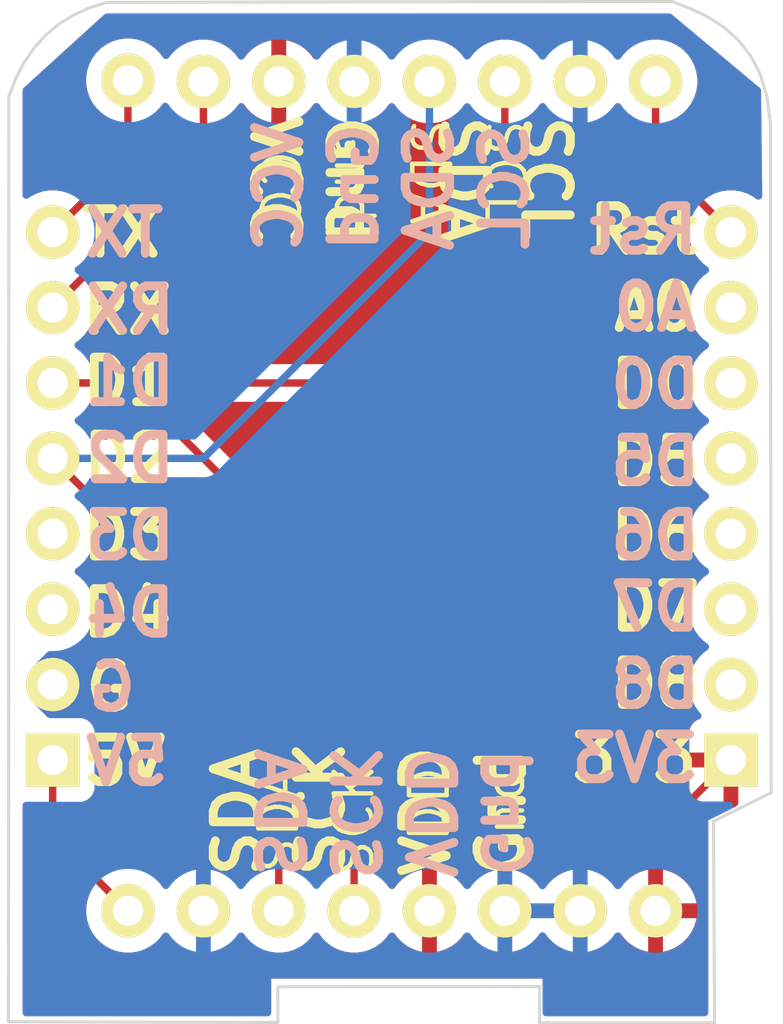
<source format=kicad_pcb>
(kicad_pcb (version 20241229) (generator "pcbnew") (generator_version "9.0")
  (layers (0 "F.Cu" signal) (2 "B.Cu" signal) (13 "F.Paste" user) (15 "B.Paste" user) (5 "F.SilkS" user "F.Silkscreen") (7 "B.SilkS" user "B.Silkscreen") (1 "F.Mask" user) (3 "B.Mask" user) (25 "Edge.Cuts" user))
  (net 0 "")
  (net 1 "/+5V")
  (net 2 "/GND")
  (net 3 "/D4")
  (net 4 "/D3")
  (net 5 "D2")
  (net 6 "D1")
  (net 7 "/RX")
  (net 8 "/TX")
  (net 9 "/+3.3V")
  (net 10 "/D8")
  (net 11 "/D7")
  (net 12 "/D6")
  (net 13 "/D5")
  (net 14 "/D0")
  (net 15 "/A0")
  (net 16 "/RST")
  (footprint "D1_mini:D1_mini_Pin_Header" (layer "F.Cu") (at 127.49 103.95 180)
    (property "Reference" "P1" (hide yes))
    (property "Value" "Connector_Generic:Conn_01x08" (hide yes))
    (pad "1" thru_hole rect (at 0 0 180) (size 1.8 1.8) (drill 1.016) (layers "*.Cu" "*.Mask" "F.SilkS") (net 1 "/+5V"))
    (pad "2" thru_hole oval (at 0 2.54 180) (size 1.8 1.8) (drill 1.016) (layers "*.Cu" "*.Mask" "F.SilkS") (net 2 "/GND") (thermal_bridge_width 4) (thermal_gap 0))
    (pad "3" thru_hole oval (at 0 5.08 180) (size 1.8 1.8) (drill 1.016) (layers "*.Cu" "*.Mask" "F.SilkS") (net 3 "/D4"))
    (pad "4" thru_hole oval (at 0 7.62 180) (size 1.8 1.8) (drill 1.016) (layers "*.Cu" "*.Mask" "F.SilkS") (net 4 "/D3"))
    (pad "5" thru_hole oval (at 0 10.16 180) (size 1.8 1.8) (drill 1.016) (layers "*.Cu" "*.Mask" "F.SilkS") (net 5 "D2"))
    (pad "6" thru_hole oval (at 0 12.7 180) (size 1.8 1.8) (drill 1.016) (layers "*.Cu" "*.Mask" "F.SilkS") (net 6 "D1"))
    (pad "7" thru_hole oval (at 0 15.24 180) (size 1.8 1.8) (drill 1.016) (layers "*.Cu" "*.Mask" "F.SilkS") (net 7 "/RX"))
    (pad "8" thru_hole oval (at 0 17.78 180) (size 1.8 1.8) (drill 1.016) (layers "*.Cu" "*.Mask" "F.SilkS") (net 8 "/TX"))
  )
  (footprint "D1_mini:D1_mini_Pin_Header" (layer "F.Cu") (at 150.35 103.95 180)
    (property "Reference" "P2" (hide yes))
    (property "Value" "Connector_Generic:Conn_01x08" (hide yes))
    (pad "1" thru_hole rect (at 0 0 180) (size 1.8 1.8) (drill 1.016) (layers "*.Cu" "*.Mask" "F.SilkS") (net 9 "/+3.3V"))
    (pad "2" thru_hole oval (at 0 2.54 180) (size 1.8 1.8) (drill 1.016) (layers "*.Cu" "*.Mask" "F.SilkS") (net 10 "/D8"))
    (pad "3" thru_hole oval (at 0 5.08 180) (size 1.8 1.8) (drill 1.016) (layers "*.Cu" "*.Mask" "F.SilkS") (net 11 "/D7"))
    (pad "4" thru_hole oval (at 0 7.62 180) (size 1.8 1.8) (drill 1.016) (layers "*.Cu" "*.Mask" "F.SilkS") (net 12 "/D6"))
    (pad "5" thru_hole oval (at 0 10.16 180) (size 1.8 1.8) (drill 1.016) (layers "*.Cu" "*.Mask" "F.SilkS") (net 13 "/D5"))
    (pad "6" thru_hole oval (at 0 12.7 180) (size 1.8 1.8) (drill 1.016) (layers "*.Cu" "*.Mask" "F.SilkS") (net 14 "/D0"))
    (pad "7" thru_hole oval (at 0 15.24 180) (size 1.8 1.8) (drill 1.016) (layers "*.Cu" "*.Mask" "F.SilkS") (net 15 "/A0"))
    (pad "8" thru_hole oval (at 0 17.78 180) (size 1.8 1.8) (drill 1.016) (layers "*.Cu" "*.Mask" "F.SilkS") (net 16 "/RST"))
  )
  (footprint "" (layer "F.Cu") (at 132.57 81.09)
    (property "Reference" "" (at 0 0 0) (layer "F.SilkS") (effects (font (size 1.27 1.27))))
    (property "Value" "")
    (pad "" thru_hole oval (at 0 0 180) (size 1.8 1.8) (drill 1.016) (layers "*.Cu" "*.Mask" "F.SilkS") (net 7 "/RX"))
  )
  (footprint "" (layer "F.Cu") (at 145.27 81.09)
    (property "Reference" "" (at 0 0 0) (layer "F.SilkS") (effects (font (size 1.27 1.27))))
    (property "Value" "")
    (pad "" thru_hole oval (at 0 0 180) (size 1.8 1.8) (drill 1.016) (layers "*.Cu" "*.Mask" "F.SilkS") (net 2 "/GND"))
  )
  (footprint "" (layer "F.Cu") (at 145.27 109.03)
    (property "Reference" "" (at 0 0 0) (layer "F.SilkS") (effects (font (size 1.27 1.27))))
    (property "Value" "")
    (pad "" thru_hole oval (at 0 0 180) (size 1.8 1.8) (drill 1.016) (layers "*.Cu" "*.Mask" "F.SilkS") (net 2 "/GND"))
  )
  (footprint "" (layer "F.Cu") (at 130.027483 81.055815)
    (property "Reference" "" (at 0 0 0) (layer "F.SilkS") (effects (font (size 1.27 1.27))))
    (property "Value" "")
    (pad "" thru_hole oval (at 0 0 180) (size 1.8 1.8) (drill 1.016) (layers "*.Cu" "*.Mask" "F.SilkS") (net 8 "/TX"))
  )
  (footprint "" (layer "F.Cu") (at 130.03 109.03)
    (property "Reference" "" (at 0 0 0) (layer "F.SilkS") (effects (font (size 1.27 1.27))))
    (property "Value" "")
    (pad "" thru_hole oval (at 0 0 180) (size 1.8 1.8) (drill 1.016) (layers "*.Cu" "*.Mask" "F.SilkS") (net 1 "/+5V"))
  )
  (footprint "" (layer "F.Cu") (at 137.65 109.03)
    (property "Reference" "SCK" (at 0 -3.048 90) (layer "F.SilkS") (effects (font (size 1.27 1.27))))
    (property "Value" "")
    (pad "" thru_hole oval (at 0 0 180) (size 1.8 1.8) (drill 1.016) (layers "*.Cu" "*.Mask" "F.SilkS") (net 6 "D1"))
  )
  (footprint "" (layer "F.Cu") (at 132.57 109.03)
    (property "Reference" "" (at 0 0 0) (layer "F.SilkS") (effects (font (size 1.27 1.27))))
    (property "Value" "")
    (pad "" thru_hole oval (at 0 0 180) (size 1.8 1.8) (drill 1.016) (layers "*.Cu" "*.Mask" "F.SilkS") (net 2 "/GND"))
  )
  (footprint "" (layer "F.Cu") (at 147.81 109.03)
    (property "Reference" "" (at 0 0 0) (layer "F.SilkS") (effects (font (size 1.27 1.27))))
    (property "Value" "")
    (pad "" thru_hole oval (at 0 0 180) (size 1.8 1.8) (drill 1.016) (layers "*.Cu" "*.Mask" "F.SilkS") (net 9 "/+3.3V"))
  )
  (footprint "" (layer "F.Cu") (at 147.81 81.09)
    (property "Reference" "" (at 0 0 0) (layer "F.SilkS") (effects (font (size 1.27 1.27))))
    (property "Value" "")
    (pad "" thru_hole oval (at 0 0 180) (size 1.8 1.8) (drill 1.016) (layers "*.Cu" "*.Mask" "F.SilkS") (net 16 "/RST"))
  )
  (footprint "" (layer "F.Cu") (at 142.73 81.09)
    (property "Reference" "SCL" (at 0 3.048 270) (layer "F.SilkS") (effects (font (size 1.27 1.27))))
    (property "Value" "")
    (pad "" thru_hole oval (at 0 0 180) (size 1.8 1.8) (drill 1.016) (layers "*.Cu" "*.Mask" "F.SilkS") (net 6 "D1"))
  )
  (footprint "" (layer "F.Cu") (at 135.11 109.03)
    (property "Reference" "SDA" (at 0 -3.048 90) (layer "F.SilkS") (effects (font (size 1.27 1.27))))
    (property "Value" "")
    (pad "" thru_hole oval (at 0 0 180) (size 1.8 1.8) (drill 1.016) (layers "*.Cu" "*.Mask" "F.SilkS") (net 5 "D2"))
  )
  (footprint "" (layer "F.Cu") (at 137.65 81.09)
    (property "Reference" "Gnd" (at 0 3.048 270) (layer "F.SilkS") (effects (font (size 1.27 1.27))))
    (property "Value" "")
    (pad "" thru_hole oval (at 0 0 180) (size 1.8 1.8) (drill 1.016) (layers "*.Cu" "*.Mask" "F.SilkS") (net 2 "/GND"))
  )
  (footprint "" (layer "F.Cu") (at 135.11 81.09)
    (property "Reference" "VCC" (at 0 3.048 270) (layer "F.SilkS") (effects (font (size 1.27 1.27))))
    (property "Value" "")
    (pad "" thru_hole oval (at 0 0 180) (size 1.8 1.8) (drill 1.016) (layers "*.Cu" "*.Mask" "F.SilkS") (net 9 "/+3.3V"))
  )
  (footprint "" (layer "F.Cu") (at 142.73 109.03)
    (property "Reference" "Gnd" (at 0 -3.048 90) (layer "F.SilkS") (effects (font (size 1.27 1.27))))
    (property "Value" "")
    (pad "" thru_hole oval (at 0 0 180) (size 1.8 1.8) (drill 1.016) (layers "*.Cu" "*.Mask" "F.SilkS") (net 2 "/GND"))
  )
  (footprint "" (layer "F.Cu") (at 140.19 109.03)
    (property "Reference" "VDD" (at 0 -3.048 90) (layer "F.SilkS") (effects (font (size 1.27 1.27))))
    (property "Value" "")
    (pad "" thru_hole oval (at 0 0 180) (size 1.8 1.8) (drill 1.016) (layers "*.Cu" "*.Mask" "F.SilkS") (net 9 "/+3.3V"))
  )
  (footprint "" (layer "F.Cu") (at 140.19 81.09)
    (property "Reference" "SDA" (at 0 3.048 270) (layer "F.SilkS") (effects (font (size 1.27 1.27))))
    (property "Value" "")
    (pad "" thru_hole oval (at 0 0 180) (size 1.8 1.8) (drill 1.016) (layers "*.Cu" "*.Mask" "F.SilkS") (net 5 "D2"))
  )
  (gr_line (start 148.36046 78.398266) (end 148.979824 78.632259) (stroke (width 0.1)) (layer "Edge.Cuts"))
  (gr_line (start 151.706026 105.053285) (end 149.76248 106.014181) (stroke (width 0.1)) (layer "Edge.Cuts"))
  (gr_line (start 135.078627 111.590483) (end 135.080603 112.792736) (stroke (width 0.1)) (layer "Edge.Cuts"))
  (gr_line (start 151.681078 82.498193) (end 151.706026 105.053285) (stroke (width 0.1)) (layer "Edge.Cuts"))
  (gr_line (start 126.530099 80.448833) (end 126.864747 79.962423) (stroke (width 0.1)) (layer "Edge.Cuts"))
  (gr_line (start 149.76248 106.014181) (end 149.8 112.8) (stroke (width 0.1)) (layer "Edge.Cuts"))
  (gr_line (start 149.568018 78.916742) (end 150.111445 79.266257) (stroke (width 0.1)) (layer "Edge.Cuts"))
  (gr_line (start 151.009595 80.21854) (end 151.337122 80.850387) (stroke (width 0.1)) (layer "Edge.Cuts"))
  (gr_line (start 143.909849 111.583795) (end 135.078627 111.590483) (stroke (width 0.1)) (layer "Edge.Cuts"))
  (gr_line (start 125.999807 112.766658) (end 126.013805 81.596507) (stroke (width 0.1)) (layer "Edge.Cuts"))
  (gr_line (start 126.864747 79.962423) (end 127.251047 79.535048) (stroke (width 0.1)) (layer "Edge.Cuts"))
  (gr_line (start 129.322547 78.427024) (end 148.36046 78.398266) (stroke (width 0.1)) (layer "Edge.Cuts"))
  (gr_line (start 151.565482 81.605425) (end 151.681078 82.498193) (stroke (width 0.1)) (layer "Edge.Cuts"))
  (gr_line (start 143.9 112.8) (end 143.909849 111.583795) (stroke (width 0.1)) (layer "Edge.Cuts"))
  (gr_line (start 151.337122 80.850387) (end 151.565482 81.605425) (stroke (width 0.1)) (layer "Edge.Cuts"))
  (gr_line (start 150.596503 79.695342) (end 151.009595 80.21854) (stroke (width 0.1)) (layer "Edge.Cuts"))
  (gr_line (start 150.111445 79.266257) (end 150.596503 79.695342) (stroke (width 0.1)) (layer "Edge.Cuts"))
  (gr_line (start 149.8 112.8) (end 143.9 112.8) (stroke (width 0.1)) (layer "Edge.Cuts"))
  (gr_line (start 128.72475 78.61269) (end 129.322547 78.427024) (stroke (width 0.1)) (layer "Edge.Cuts"))
  (gr_line (start 127.689488 79.167259) (end 128.18056 78.859623) (stroke (width 0.1)) (layer "Edge.Cuts"))
  (gr_line (start 135.080603 112.792736) (end 125.999807 112.766658) (stroke (width 0.1)) (layer "Edge.Cuts"))
  (gr_line (start 127.251047 79.535048) (end 127.689488 79.167259) (stroke (width 0.1)) (layer "Edge.Cuts"))
  (gr_line (start 148.979824 78.632259) (end 149.568018 78.916742) (stroke (width 0.1)) (layer "Edge.Cuts"))
  (gr_line (start 128.18056 78.859623) (end 128.72475 78.61269) (stroke (width 0.1)) (layer "Edge.Cuts"))
  (gr_line (start 126.246616 80.993714) (end 126.530099 80.448833) (stroke (width 0.1)) (layer "Edge.Cuts"))
  (gr_line (start 126.013805 81.596507) (end 126.246616 80.993714) (stroke (width 0.1)) (layer "Edge.Cuts"))
  (gr_text "3V3" (at 147.1 103.9 0) (layer "F.SilkS") (effects (font (size 1.5 1.5) (thickness 0.3))))
  (gr_text "D2" (at 130.03 93.79 0) (layer "F.SilkS") (effects (font (size 1.5 1.5) (thickness 0.3))))
  (gr_text "D7" (at 147.8 98.8 0) (layer "F.SilkS") (effects (font (size 1.5 1.5) (thickness 0.3))))
  (gr_text "Gnd" (at 136.634 82.106 270) (layer "F.SilkS") (effects (font (size 1.5 1.5) (thickness 0.3) (bold yes)) (justify left bottom)))
  (gr_text "D3" (at 130 96.4 0) (layer "F.SilkS") (effects (font (size 1.5 1.5) (thickness 0.3))))
  (gr_text "SDA" (at 140.444 82.106 270) (layer "F.SilkS") (effects (font (size 1.5 1.5) (thickness 0.3) (bold yes)) (justify left bottom)))
  (gr_text "D5" (at 147.8 93.9 0) (layer "F.SilkS") (effects (font (size 1.5 1.5) (thickness 0.3))))
  (gr_text "D0" (at 147.8 91.3 0) (layer "F.SilkS") (effects (font (size 1.5 1.5) (thickness 0.3))))
  (gr_text "VDD" (at 140.952 108.014 90) (layer "F.SilkS") (effects (font (size 1.5 1.5) (thickness 0.3) (bold yes)) (justify left bottom)))
  (gr_text "D4" (at 130 99 0) (layer "F.SilkS") (effects (font (size 1.5 1.5) (thickness 0.3))))
  (gr_text "D1" (at 130 91.2 0) (layer "F.SilkS") (effects (font (size 1.5 1.5) (thickness 0.3))))
  (gr_text "D8" (at 147.8 101.4 0) (layer "F.SilkS") (effects (font (size 1.5 1.5) (thickness 0.3))))
  (gr_text "SDA" (at 134.602 108.014 90) (layer "F.SilkS") (effects (font (size 1.5 1.5) (thickness 0.3) (bold yes)) (justify left bottom)))
  (gr_text "Rst" (at 147.4 86.1 0) (layer "F.SilkS") (effects (font (size 1.5 1.5) (thickness 0.3))))
  (gr_text "VCC" (at 134.094 82.106 270) (layer "F.SilkS") (effects (font (size 1.5 1.5) (thickness 0.3) (bold yes)) (justify left bottom)))
  (gr_text "SCL" (at 143.238 82.106 270) (layer "F.SilkS") (effects (font (size 1.5 1.5) (thickness 0.3) (bold yes)) (justify left bottom)))
  (gr_text "G" (at 129.4 101.5 0) (layer "F.SilkS") (effects (font (size 1.5 1.5) (thickness 0.3))))
  (gr_text "SCK" (at 137.396 108.014 90) (layer "F.SilkS") (effects (font (size 1.5 1.5) (thickness 0.3) (bold yes)) (justify left bottom)))
  (gr_text "Gnd" (at 143.492 108.014 90) (layer "F.SilkS") (effects (font (size 1.5 1.5) (thickness 0.3) (bold yes)) (justify left bottom)))
  (gr_text "5V" (at 129.9 104 0) (layer "F.SilkS") (effects (font (size 1.5 1.5) (thickness 0.3))))
  (gr_text "D6" (at 147.8 96.4 0) (layer "F.SilkS") (effects (font (size 1.5 1.5) (thickness 0.3))))
  (gr_text "TX" (at 129.8 86.2 0) (layer "F.SilkS") (effects (font (size 1.5 1.5) (thickness 0.3))))
  (gr_text "RX" (at 130 88.8 0) (layer "F.SilkS") (effects (font (size 1.5 1.5) (thickness 0.3))))
  (gr_text "A0" (at 147.8 88.7 0) (layer "F.SilkS") (effects (font (size 1.5 1.5) (thickness 0.3))))
  (gr_text "TX" (at 129.9 86.2 0) (layer "B.SilkS") (effects (font (size 1.5 1.5) (thickness 0.3)) (justify mirror)))
  (gr_text "RX" (at 130.1 88.8 0) (layer "B.SilkS") (effects (font (size 1.5 1.5) (thickness 0.3)) (justify mirror)))
  (gr_text "D1" (at 130.1 91.2 0) (layer "B.SilkS") (effects (font (size 1.5 1.5) (thickness 0.3)) (justify mirror)))
  (gr_text "D2" (at 130.1 93.8 0) (layer "B.SilkS") (effects (font (size 1.5 1.5) (thickness 0.3)) (justify mirror)))
  (gr_text "D3" (at 130.1 96.4 0) (layer "B.SilkS") (effects (font (size 1.5 1.5) (thickness 0.3)) (justify mirror)))
  (gr_text "D4" (at 130.1 99 0) (layer "B.SilkS") (effects (font (size 1.5 1.5) (thickness 0.3)) (justify mirror)))
  (gr_text "G" (at 129.5 101.5 0) (layer "B.SilkS") (effects (font (size 1.5 1.5) (thickness 0.3)) (justify mirror)))
  (gr_text "5V" (at 130 104 0) (layer "B.SilkS") (effects (font (size 1.5 1.5) (thickness 0.3)) (justify mirror)))
  (gr_text "Rst" (at 147.4 86.1 0) (layer "B.SilkS") (effects (font (size 1.5 1.5) (thickness 0.3)) (justify mirror)))
  (gr_text "A0" (at 147.8 88.7 0) (layer "B.SilkS") (effects (font (size 1.5 1.5) (thickness 0.3)) (justify mirror)))
  (gr_text "D0" (at 147.8 91.3 0) (layer "B.SilkS") (effects (font (size 1.5 1.5) (thickness 0.3)) (justify mirror)))
  (gr_text "D5" (at 147.8 93.9 0) (layer "B.SilkS") (effects (font (size 1.5 1.5) (thickness 0.3)) (justify mirror)))
  (gr_text "D6" (at 147.8 96.4 0) (layer "B.SilkS") (effects (font (size 1.5 1.5) (thickness 0.3)) (justify mirror)))
  (gr_text "D7" (at 147.8 98.8 0) (layer "B.SilkS") (effects (font (size 1.5 1.5) (thickness 0.3)) (justify mirror)))
  (gr_text "D8" (at 147.8 101.4 0) (layer "B.SilkS") (effects (font (size 1.5 1.5) (thickness 0.3)) (justify mirror)))
  (gr_text "3V3" (at 147.1 103.9 0) (layer "B.SilkS") (effects (font (size 1.5 1.5) (thickness 0.3)) (justify mirror)))
  (gr_text "Gnd" (at 142.73 105.728 270) (layer "B.SilkS") (effects (font (size 1.5 1.5) (thickness 0.3)) (justify mirror)))
  (gr_text "SDA" (at 135.11 105.728 270) (layer "B.SilkS") (effects (font (size 1.5 1.5) (thickness 0.3)) (justify mirror)))
  (gr_text "Gnd" (at 137.65 84.646 90) (layer "B.SilkS") (effects (font (size 1.5 1.5) (thickness 0.3)) (justify mirror)))
  (gr_text "SDA" (at 140.19 84.646 90) (layer "B.SilkS") (effects (font (size 1.5 1.5) (thickness 0.3)) (justify mirror)))
  (gr_text "SCK" (at 137.65 105.728 270) (layer "B.SilkS") (effects (font (size 1.5 1.5) (thickness 0.3)) (justify mirror)))
  (gr_text "VCC" (at 135.11 84.646 90) (layer "B.SilkS") (effects (font (size 1.5 1.5) (thickness 0.3)) (justify mirror)))
  (gr_text "SCL" (at 142.73 84.646 90) (layer "B.SilkS") (effects (font (size 1.5 1.5) (thickness 0.3)) (justify mirror)))
  (gr_text "VDD" (at 140.19 105.728 270) (layer "B.SilkS") (effects (font (size 1.5 1.5) (thickness 0.3)) (justify mirror)))
  (segment (start 127.49 106.49) (end 130.03 109.03) (width 0.25) (layer "F.Cu") (net 1))
  (segment (start 127.49 103.95) (end 127.49 106.49) (width 0.25) (layer "F.Cu") (net 1))
  (segment (start 135.11 109.03) (end 135.11 101.41) (width 0.25) (layer "F.Cu") (net 5))
  (segment (start 135.11 101.41) (end 127.49 93.79) (width 0.25) (layer "F.Cu") (net 5))
  (via (at 135.11 109.03) (size 0.6) (drill 0.4) (layers "F.Cu" "B.Cu") (net 5))
  (via (at 135.11 109.03) (size 0.6) (drill 0.4) (layers "F.Cu" "B.Cu") (net 5))
  (segment (start 140.19 81.09) (end 140.19 86.17) (width 0.25) (layer "B.Cu") (net 5))
  (segment (start 140.19 86.17) (end 132.57 93.79) (width 0.25) (layer "B.Cu") (net 5))
  (segment (start 132.57 93.79) (end 127.49 93.79) (width 0.25) (layer "B.Cu") (net 5))
  (segment (start 142.73 86.17) (end 137.65 91.25) (width 0.25) (layer "F.Cu") (net 6))
  (segment (start 127.49 91.25) (end 130.03 91.25) (width 0.25) (layer "F.Cu") (net 6))
  (segment (start 142.73 81.09) (end 142.73 86.17) (width 0.25) (layer "F.Cu") (net 6))
  (segment (start 137.65 91.25) (end 127.49 91.25) (width 0.25) (layer "F.Cu") (net 6))
  (segment (start 137.65 98.87) (end 137.65 109.03) (width 0.25) (layer "F.Cu") (net 6))
  (segment (start 130.03 91.25) (end 137.65 98.87) (width 0.25) (layer "F.Cu") (net 6))
  (segment (start 132.57 83.63) (end 132.57 81.09) (width 0.25) (layer "F.Cu") (net 7))
  (segment (start 127.49 88.71) (end 132.57 83.63) (width 0.25) (layer "F.Cu") (net 7))
  (segment (start 130.027483 83.632517) (end 130.027483 81.055815) (width 0.25) (layer "F.Cu") (net 8))
  (segment (start 127.49 86.17) (end 130.027483 83.632517) (width 0.25) (layer "F.Cu") (net 8))
  (segment (start 150.35 103.95) (end 147.81 106.49) (width 0.25) (layer "F.Cu") (net 9))
  (segment (start 147.81 106.49) (end 147.81 109.03) (width 0.25) (layer "F.Cu") (net 9))
  (segment (start 147.81 83.63) (end 150.35 86.17) (width 0.25) (layer "F.Cu") (net 16))
  (segment (start 147.81 81.09) (end 147.81 83.63) (width 0.25) (layer "F.Cu") (net 16))
  (zone (net 9) (net_name "/+3.3V") (layer "F.Cu") (connect_pads (clearance 0.508)) (min_thickness 0.25) (fill yes (thermal_gap 0.5) (thermal_bridge_width 0.5) (smoothing chamfer))
    (polygon (pts (xy 126.474 81.344) (xy 129.268 78.804) (xy 148.318 78.804) (xy 151.366 81.344) (xy 151.62 104.966) (xy 149.588 105.982) (xy 149.588 112.586) (xy 144 112.586) (xy 144 111.316) (xy 134.856 111.316) (xy 134.856 112.586) (xy 126.474 112.586)))
  )
  (zone (net 2) (net_name "/GND") (layer "B.Cu") (connect_pads (clearance 0.508)) (min_thickness 0.25) (fill yes (thermal_gap 0.5) (thermal_bridge_width 0.5) (smoothing chamfer))
    (polygon (pts (xy 126.474 81.344) (xy 129.268 78.804) (xy 148.318 78.804) (xy 151.366 81.344) (xy 151.62 104.966) (xy 149.588 105.982) (xy 149.588 112.586) (xy 144 112.586) (xy 144 111.316) (xy 134.856 111.316) (xy 134.856 112.586) (xy 126.474 112.586)))
  )
)
</source>
